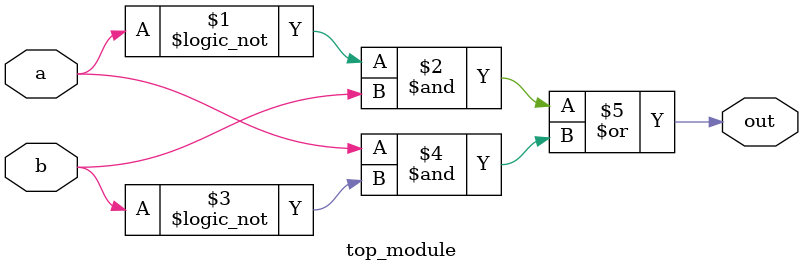
<source format=v>
module top_module( 
    input a, 
    input b, 
    output out );
    assign out = (!a&b)|(a&!b);
endmodule

</source>
